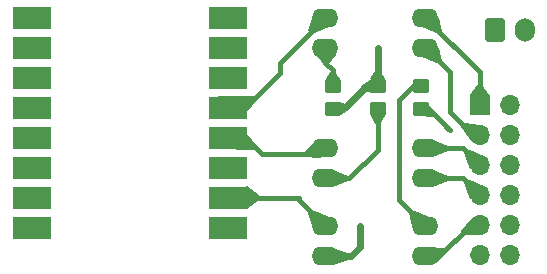
<source format=gbr>
%TF.GenerationSoftware,KiCad,Pcbnew,7.0.9*%
%TF.CreationDate,2024-02-03T16:27:08+01:00*%
%TF.ProjectId,PC-Power-Control,50432d50-6f77-4657-922d-436f6e74726f,rev?*%
%TF.SameCoordinates,Original*%
%TF.FileFunction,Copper,L1,Top*%
%TF.FilePolarity,Positive*%
%FSLAX46Y46*%
G04 Gerber Fmt 4.6, Leading zero omitted, Abs format (unit mm)*
G04 Created by KiCad (PCBNEW 7.0.9) date 2024-02-03 16:27:08*
%MOMM*%
%LPD*%
G01*
G04 APERTURE LIST*
G04 Aperture macros list*
%AMRoundRect*
0 Rectangle with rounded corners*
0 $1 Rounding radius*
0 $2 $3 $4 $5 $6 $7 $8 $9 X,Y pos of 4 corners*
0 Add a 4 corners polygon primitive as box body*
4,1,4,$2,$3,$4,$5,$6,$7,$8,$9,$2,$3,0*
0 Add four circle primitives for the rounded corners*
1,1,$1+$1,$2,$3*
1,1,$1+$1,$4,$5*
1,1,$1+$1,$6,$7*
1,1,$1+$1,$8,$9*
0 Add four rect primitives between the rounded corners*
20,1,$1+$1,$2,$3,$4,$5,0*
20,1,$1+$1,$4,$5,$6,$7,0*
20,1,$1+$1,$6,$7,$8,$9,0*
20,1,$1+$1,$8,$9,$2,$3,0*%
G04 Aperture macros list end*
%TA.AperFunction,ComponentPad*%
%ADD10R,1.700000X1.700000*%
%TD*%
%TA.AperFunction,ComponentPad*%
%ADD11O,1.700000X1.700000*%
%TD*%
%TA.AperFunction,SMDPad,CuDef*%
%ADD12O,2.250000X1.600000*%
%TD*%
%TA.AperFunction,SMDPad,CuDef*%
%ADD13RoundRect,0.250000X-0.450000X0.350000X-0.450000X-0.350000X0.450000X-0.350000X0.450000X0.350000X0*%
%TD*%
%TA.AperFunction,SMDPad,CuDef*%
%ADD14RoundRect,0.250000X0.450000X-0.350000X0.450000X0.350000X-0.450000X0.350000X-0.450000X-0.350000X0*%
%TD*%
%TA.AperFunction,ComponentPad*%
%ADD15RoundRect,0.250000X-0.600000X-0.750000X0.600000X-0.750000X0.600000X0.750000X-0.600000X0.750000X0*%
%TD*%
%TA.AperFunction,ComponentPad*%
%ADD16O,1.700000X2.000000*%
%TD*%
%TA.AperFunction,ComponentPad*%
%ADD17R,3.270000X1.960000*%
%TD*%
%TA.AperFunction,ViaPad*%
%ADD18C,0.500000*%
%TD*%
%TA.AperFunction,Conductor*%
%ADD19C,0.400000*%
%TD*%
%TA.AperFunction,Conductor*%
%ADD20C,0.600000*%
%TD*%
G04 APERTURE END LIST*
D10*
%TO.P,J2,1,Pin_1*%
%TO.N,Power +*%
X85725000Y-56896000D03*
D11*
%TO.P,J2,2,Pin_2*%
X88265000Y-56896000D03*
%TO.P,J2,3,Pin_3*%
%TO.N,Power -*%
X85725000Y-59436000D03*
%TO.P,J2,4,Pin_4*%
X88265000Y-59436000D03*
%TO.P,J2,5,Pin_5*%
%TO.N,Reset +*%
X85725000Y-61976000D03*
%TO.P,J2,6,Pin_6*%
X88265000Y-61976000D03*
%TO.P,J2,7,Pin_7*%
%TO.N,Reset -*%
X85725000Y-64516000D03*
%TO.P,J2,8,Pin_8*%
X88265000Y-64516000D03*
%TO.P,J2,9,Pin_9*%
%TO.N,Power LED +*%
X85725000Y-67056000D03*
%TO.P,J2,10,Pin_10*%
X88265000Y-67056000D03*
%TO.P,J2,11,Pin_11*%
%TO.N,Power LED -*%
X85725000Y-69596000D03*
%TO.P,J2,12,Pin_12*%
X88265000Y-69596000D03*
%TD*%
D12*
%TO.P,U3,1*%
%TO.N,Power LED +*%
X81144000Y-69723000D03*
%TO.P,U3,2*%
%TO.N,Power LED Cathode*%
X81144000Y-67183000D03*
%TO.P,U3,3*%
%TO.N,GPIO1*%
X72644000Y-67183000D03*
%TO.P,U3,4*%
%TO.N,3V3*%
X72644000Y-69723000D03*
%TD*%
%TO.P,U2,1*%
%TO.N,GPIO4*%
X72644000Y-49530000D03*
%TO.P,U2,2*%
%TO.N,Power Cathode*%
X72644000Y-52070000D03*
%TO.P,U2,3*%
%TO.N,Power -*%
X81144000Y-52070000D03*
%TO.P,U2,4*%
%TO.N,Power +*%
X81144000Y-49530000D03*
%TD*%
%TO.P,U1,1*%
%TO.N,GPIO3*%
X72644000Y-60579000D03*
%TO.P,U1,2*%
%TO.N,Reset Cathode*%
X72644000Y-63119000D03*
%TO.P,U1,3*%
%TO.N,Reset -*%
X81144000Y-63119000D03*
%TO.P,U1,4*%
%TO.N,Reset +*%
X81144000Y-60579000D03*
%TD*%
D13*
%TO.P,R3,2*%
%TO.N,Power LED -*%
X80772000Y-57277000D03*
%TO.P,R3,1*%
%TO.N,Power LED Cathode*%
X80772000Y-55277000D03*
%TD*%
%TO.P,R2,1*%
%TO.N,Power Cathode*%
X73279000Y-55277000D03*
%TO.P,R2,2*%
%TO.N,GND*%
X73279000Y-57277000D03*
%TD*%
D14*
%TO.P,R1,1*%
%TO.N,Reset Cathode*%
X77089000Y-57277000D03*
%TO.P,R1,2*%
%TO.N,GND*%
X77089000Y-55277000D03*
%TD*%
D15*
%TO.P,J1,1,Pin_1*%
%TO.N,GND*%
X87035000Y-50546000D03*
D16*
%TO.P,J1,2,Pin_2*%
%TO.N,+5V*%
X89535000Y-50546000D03*
%TD*%
D17*
%TO.P,ESP32-C3_SuperMini1,1,GPIO5/A3/D3*%
%TO.N,unconnected-(ESP32-C3_SuperMini1-GPIO5{slash}A3{slash}D3-Pad1)*%
X47864000Y-49530000D03*
%TO.P,ESP32-C3_SuperMini1,2,GPIO6/SDA/D4*%
%TO.N,unconnected-(ESP32-C3_SuperMini1-GPIO6{slash}SDA{slash}D4-Pad2)*%
X47864000Y-52070000D03*
%TO.P,ESP32-C3_SuperMini1,3,GPIO7/SCL/D5*%
%TO.N,unconnected-(ESP32-C3_SuperMini1-GPIO7{slash}SCL{slash}D5-Pad3)*%
X47864000Y-54610000D03*
%TO.P,ESP32-C3_SuperMini1,4,GPIO8/SCK/D8*%
%TO.N,unconnected-(ESP32-C3_SuperMini1-GPIO8{slash}SCK{slash}D8-Pad4)*%
X47864000Y-57150000D03*
%TO.P,ESP32-C3_SuperMini1,5,GPIO9/MISO/D9*%
%TO.N,unconnected-(ESP32-C3_SuperMini1-GPIO9{slash}MISO{slash}D9-Pad5)*%
X47864000Y-59690000D03*
%TO.P,ESP32-C3_SuperMini1,6,GPIO10/MOSI/D10*%
%TO.N,unconnected-(ESP32-C3_SuperMini1-GPIO10{slash}MOSI{slash}D10-Pad6)*%
X47864000Y-62230000D03*
%TO.P,ESP32-C3_SuperMini1,7,GPIO20/RX/D7*%
%TO.N,unconnected-(ESP32-C3_SuperMini1-GPIO20{slash}RX{slash}D7-Pad7)*%
X47864000Y-64770000D03*
%TO.P,ESP32-C3_SuperMini1,8,GPIO21/TX/D6*%
%TO.N,unconnected-(ESP32-C3_SuperMini1-GPIO21{slash}TX{slash}D6-Pad8)*%
X47864000Y-67310000D03*
%TO.P,ESP32-C3_SuperMini1,9,5V*%
%TO.N,+5V*%
X64404000Y-49530000D03*
%TO.P,ESP32-C3_SuperMini1,10,GND*%
%TO.N,GND*%
X64404000Y-52070000D03*
%TO.P,ESP32-C3_SuperMini1,11,3V3*%
%TO.N,3V3*%
X64404000Y-54610000D03*
%TO.P,ESP32-C3_SuperMini1,12,GPIO4/A2/D2*%
%TO.N,GPIO4*%
X64404000Y-57150000D03*
%TO.P,ESP32-C3_SuperMini1,13,GPIO3/A1/D1*%
%TO.N,GPIO3*%
X64404000Y-59690000D03*
%TO.P,ESP32-C3_SuperMini1,14,GPIO2/A0/D0*%
%TO.N,unconnected-(ESP32-C3_SuperMini1-GPIO2{slash}A0{slash}D0-Pad14)*%
X64404000Y-62230000D03*
%TO.P,ESP32-C3_SuperMini1,15,GPIO1/ADC1-1*%
%TO.N,GPIO1*%
X64404000Y-64770000D03*
%TO.P,ESP32-C3_SuperMini1,16,GPIO0/ADC1-0*%
%TO.N,unconnected-(ESP32-C3_SuperMini1-GPIO0{slash}ADC1-0-Pad16)*%
X64404000Y-67310000D03*
%TD*%
D18*
%TO.N,GND*%
X77089000Y-52070000D03*
%TO.N,Power LED -*%
X83185000Y-59055000D03*
%TO.N,3V3*%
X75565000Y-67183000D03*
%TD*%
D19*
%TO.N,Power Cathode*%
X73279000Y-53975000D02*
X72644000Y-53340000D01*
X73279000Y-55277000D02*
X73279000Y-53975000D01*
X72644000Y-53340000D02*
X72644000Y-52070000D01*
%TO.N,GPIO3*%
X65879000Y-59690000D02*
X67276000Y-61087000D01*
X63754000Y-59690000D02*
X65879000Y-59690000D01*
%TO.N,Power LED +*%
X84963000Y-67056000D02*
X85725000Y-67056000D01*
X82296000Y-69723000D02*
X84963000Y-67056000D01*
X81144000Y-69723000D02*
X82296000Y-69723000D01*
%TO.N,Reset Cathode*%
X77089000Y-60706000D02*
X77089000Y-57277000D01*
X77089000Y-60706000D02*
X74676000Y-63119000D01*
X74676000Y-63119000D02*
X72644000Y-63119000D01*
D20*
%TO.N,GND*%
X77089000Y-55277000D02*
X77089000Y-52070000D01*
X76168000Y-55277000D02*
X77089000Y-55277000D01*
X74168000Y-57277000D02*
X73279000Y-57277000D01*
D19*
%TO.N,GPIO3*%
X71374000Y-61087000D02*
X67276000Y-61087000D01*
X72644000Y-60579000D02*
X71882000Y-60579000D01*
X71882000Y-60579000D02*
X71374000Y-61087000D01*
%TO.N,GPIO1*%
X72644000Y-67183000D02*
X70231000Y-64770000D01*
X70231000Y-64770000D02*
X63754000Y-64770000D01*
X70426000Y-64770000D02*
X70231000Y-64770000D01*
D20*
%TO.N,3V3*%
X74803000Y-69723000D02*
X72644000Y-69723000D01*
D19*
%TO.N,Power LED Cathode*%
X78867000Y-56482000D02*
X80072000Y-55277000D01*
X78867000Y-64906000D02*
X78867000Y-56482000D01*
X81144000Y-67183000D02*
X78867000Y-64906000D01*
X80072000Y-55277000D02*
X80772000Y-55277000D01*
%TO.N,Power LED -*%
X81407000Y-57277000D02*
X83185000Y-59055000D01*
X80772000Y-57277000D02*
X81407000Y-57277000D01*
%TO.N,Reset -*%
X81144000Y-63119000D02*
X84328000Y-63119000D01*
X84328000Y-63119000D02*
X85725000Y-64516000D01*
%TO.N,Reset +*%
X81144000Y-60579000D02*
X84328000Y-60579000D01*
X84328000Y-60579000D02*
X85725000Y-61976000D01*
%TO.N,Power -*%
X83185000Y-54111000D02*
X81144000Y-52070000D01*
X83185000Y-57456000D02*
X83185000Y-54111000D01*
%TO.N,Power +*%
X85725000Y-54111000D02*
X81144000Y-49530000D01*
X85725000Y-56896000D02*
X85725000Y-54111000D01*
%TO.N,Power -*%
X85165000Y-59436000D02*
X83185000Y-57456000D01*
X85725000Y-59436000D02*
X85165000Y-59436000D01*
%TO.N,GPIO4*%
X68834000Y-53340000D02*
X72644000Y-49530000D01*
X65879000Y-57150000D02*
X68834000Y-54195000D01*
X63754000Y-57150000D02*
X65879000Y-57150000D01*
X68834000Y-54195000D02*
X68834000Y-53340000D01*
D20*
%TO.N,GND*%
X74168000Y-57277000D02*
X76168000Y-55277000D01*
%TO.N,3V3*%
X75565000Y-68961000D02*
X74803000Y-69723000D01*
X75565000Y-68961000D02*
X75565000Y-67183000D01*
D19*
%TO.N,GPIO3*%
X72836000Y-60579000D02*
X72328000Y-61087000D01*
%TD*%
%TA.AperFunction,Conductor*%
%TO.N,Power Cathode*%
G36*
X73480707Y-54080427D02*
G01*
X73482421Y-54082604D01*
X73873964Y-54724081D01*
X73875349Y-54732928D01*
X73871849Y-54738833D01*
X73286872Y-55270840D01*
X73278446Y-55273871D01*
X73271128Y-55270840D01*
X72686150Y-54738833D01*
X72682335Y-54730731D01*
X72684034Y-54724082D01*
X73075579Y-54082603D01*
X73082815Y-54077328D01*
X73085566Y-54077000D01*
X73472434Y-54077000D01*
X73480707Y-54080427D01*
G37*
%TD.AperFunction*%
%TD*%
%TA.AperFunction,Conductor*%
%TO.N,Power Cathode*%
G36*
X72651123Y-52074172D02*
G01*
X73529745Y-52621646D01*
X73534955Y-52628930D01*
X73533488Y-52637763D01*
X73533376Y-52637940D01*
X73019436Y-53430888D01*
X73017891Y-53432797D01*
X72744981Y-53705707D01*
X72736708Y-53709134D01*
X72728435Y-53705707D01*
X72727730Y-53704935D01*
X71948244Y-52769596D01*
X71945580Y-52761047D01*
X71949017Y-52753776D01*
X72636724Y-52075769D01*
X72645019Y-52072402D01*
X72651123Y-52074172D01*
G37*
%TD.AperFunction*%
%TD*%
%TA.AperFunction,Conductor*%
%TO.N,GPIO3*%
G36*
X66040865Y-59328084D02*
G01*
X66043245Y-59330389D01*
X66867070Y-60393393D01*
X66869429Y-60402031D01*
X66866095Y-60408833D01*
X66593993Y-60680935D01*
X66585720Y-60684362D01*
X66585663Y-60684362D01*
X63631457Y-60670064D01*
X63623201Y-60666597D01*
X63619814Y-60658307D01*
X63619924Y-60656766D01*
X63752109Y-59697881D01*
X63756632Y-59690156D01*
X63761852Y-59687928D01*
X66032155Y-59326002D01*
X66040865Y-59328084D01*
G37*
%TD.AperFunction*%
%TD*%
%TA.AperFunction,Conductor*%
%TO.N,Power LED +*%
G36*
X85132244Y-66463268D02*
G01*
X85132870Y-66463849D01*
X85168342Y-66499238D01*
X85722265Y-67051860D01*
X85725702Y-67060129D01*
X85725702Y-67060153D01*
X85725009Y-67893997D01*
X85721575Y-67902267D01*
X85713299Y-67905687D01*
X85713001Y-67905683D01*
X84434645Y-67871984D01*
X84426680Y-67868561D01*
X84154818Y-67596699D01*
X84151391Y-67588426D01*
X84154226Y-67580790D01*
X84602676Y-67060153D01*
X85115743Y-66464496D01*
X85123739Y-66460465D01*
X85132244Y-66463268D01*
G37*
%TD.AperFunction*%
%TD*%
%TA.AperFunction,Conductor*%
%TO.N,Power LED +*%
G36*
X82696954Y-69034602D02*
G01*
X82704167Y-69037981D01*
X82975813Y-69309627D01*
X82979240Y-69317900D01*
X82975885Y-69326100D01*
X82051074Y-70267273D01*
X82042832Y-70270773D01*
X82036633Y-70269059D01*
X81151782Y-69728889D01*
X81146506Y-69721654D01*
X81147040Y-69714495D01*
X81311730Y-69309627D01*
X81465734Y-68931027D01*
X81472026Y-68924655D01*
X81477629Y-68923784D01*
X82696954Y-69034602D01*
G37*
%TD.AperFunction*%
%TD*%
%TA.AperFunction,Conductor*%
%TO.N,Reset Cathode*%
G36*
X77096872Y-57283159D02*
G01*
X77681849Y-57815165D01*
X77685664Y-57823267D01*
X77683964Y-57829917D01*
X77292421Y-58471396D01*
X77285185Y-58476672D01*
X77282434Y-58477000D01*
X76895566Y-58477000D01*
X76887293Y-58473573D01*
X76885579Y-58471396D01*
X76494035Y-57829917D01*
X76492650Y-57821070D01*
X76496149Y-57815165D01*
X77081128Y-57283158D01*
X77089554Y-57280128D01*
X77096872Y-57283159D01*
G37*
%TD.AperFunction*%
%TD*%
%TA.AperFunction,Conductor*%
%TO.N,Reset Cathode*%
G36*
X73283005Y-62383170D02*
G01*
X74561800Y-62916000D01*
X74568119Y-62922345D01*
X74569000Y-62926800D01*
X74569000Y-63311199D01*
X74565573Y-63319472D01*
X74561800Y-63321999D01*
X73283005Y-63854829D01*
X73274050Y-63854848D01*
X73269614Y-63851634D01*
X72814058Y-63319000D01*
X72649503Y-63126604D01*
X72646730Y-63118090D01*
X72649504Y-63111395D01*
X72811197Y-62922345D01*
X73269614Y-62386364D01*
X73277595Y-62382305D01*
X73283005Y-62383170D01*
G37*
%TD.AperFunction*%
%TD*%
%TA.AperFunction,Conductor*%
%TO.N,GND*%
G36*
X77389762Y-54080427D02*
G01*
X77392127Y-54083830D01*
X77685441Y-54724557D01*
X77685769Y-54733506D01*
X77682675Y-54738083D01*
X77096872Y-55270840D01*
X77088446Y-55273871D01*
X77081128Y-55270840D01*
X76753594Y-54972965D01*
X76495323Y-54738081D01*
X76491509Y-54729981D01*
X76492557Y-54724560D01*
X76785873Y-54083829D01*
X76792432Y-54077734D01*
X76796511Y-54077000D01*
X77381489Y-54077000D01*
X77389762Y-54080427D01*
G37*
%TD.AperFunction*%
%TD*%
%TA.AperFunction,Conductor*%
%TO.N,GND*%
G36*
X76427516Y-54816944D02*
G01*
X77078558Y-55268559D01*
X77083402Y-55276090D01*
X77081502Y-55284841D01*
X77080417Y-55286182D01*
X76547950Y-55853050D01*
X76539788Y-55856734D01*
X76536758Y-55856433D01*
X76115387Y-55757884D01*
X76109778Y-55754764D01*
X75697666Y-55342652D01*
X75694239Y-55334379D01*
X75697666Y-55326106D01*
X75699156Y-55324847D01*
X76414072Y-54817018D01*
X76422801Y-54815021D01*
X76427516Y-54816944D01*
G37*
%TD.AperFunction*%
%TD*%
%TA.AperFunction,Conductor*%
%TO.N,GND*%
G36*
X73736151Y-56678343D02*
G01*
X74242934Y-56773580D01*
X74249046Y-56776806D01*
X74661160Y-57188920D01*
X74664587Y-57197193D01*
X74661160Y-57205466D01*
X74659856Y-57206591D01*
X73962738Y-57723512D01*
X73954051Y-57725687D01*
X73949291Y-57723857D01*
X73948772Y-57723512D01*
X73785473Y-57614933D01*
X73288607Y-57284564D01*
X73283615Y-57277130D01*
X73285342Y-57268343D01*
X73285711Y-57267819D01*
X73724632Y-56682820D01*
X73732339Y-56678260D01*
X73736151Y-56678343D01*
G37*
%TD.AperFunction*%
%TD*%
%TA.AperFunction,Conductor*%
%TO.N,GPIO3*%
G36*
X71761156Y-60018289D02*
G01*
X72636742Y-60573761D01*
X72641892Y-60581087D01*
X72641309Y-60588056D01*
X72322175Y-61371206D01*
X72315879Y-61377574D01*
X72310602Y-61378468D01*
X70875193Y-61287693D01*
X70867152Y-61283751D01*
X70864231Y-61276016D01*
X70864231Y-60891906D01*
X70867658Y-60883633D01*
X70867695Y-60883595D01*
X71746691Y-60019824D01*
X71754992Y-60016470D01*
X71761156Y-60018289D01*
G37*
%TD.AperFunction*%
%TD*%
%TA.AperFunction,Conductor*%
%TO.N,GPIO1*%
G36*
X71531103Y-65783040D02*
G01*
X72053269Y-66000285D01*
X72966153Y-66380088D01*
X72972474Y-66386429D01*
X72972461Y-66395381D01*
X72647683Y-67176548D01*
X72641343Y-67182871D01*
X72636955Y-67183756D01*
X71529795Y-67190892D01*
X71521500Y-67187518D01*
X71518364Y-67182006D01*
X71242621Y-66069286D01*
X71243957Y-66060434D01*
X71245700Y-66058205D01*
X71518337Y-65785568D01*
X71526609Y-65782142D01*
X71531103Y-65783040D01*
G37*
%TD.AperFunction*%
%TD*%
%TA.AperFunction,Conductor*%
%TO.N,GPIO1*%
G36*
X66044471Y-63794354D02*
G01*
X67014586Y-64566487D01*
X67018925Y-64574319D01*
X67019000Y-64575640D01*
X67019000Y-64964359D01*
X67015573Y-64972632D01*
X67014586Y-64973513D01*
X66044470Y-65745645D01*
X66035863Y-65748116D01*
X66032574Y-65747245D01*
X64225670Y-64972632D01*
X63778084Y-64780753D01*
X63771831Y-64774344D01*
X63771941Y-64765390D01*
X63778085Y-64759246D01*
X64206374Y-64575640D01*
X66032575Y-63792753D01*
X66041528Y-63792644D01*
X66044471Y-63794354D01*
G37*
%TD.AperFunction*%
%TD*%
%TA.AperFunction,Conductor*%
%TO.N,3V3*%
G36*
X73282648Y-68986441D02*
G01*
X74561060Y-69420305D01*
X74567793Y-69426208D01*
X74569000Y-69431384D01*
X74569000Y-70014615D01*
X74565573Y-70022888D01*
X74561060Y-70025694D01*
X73282649Y-70459557D01*
X73273713Y-70458971D01*
X73269998Y-70456083D01*
X72649504Y-69730605D01*
X72646730Y-69722090D01*
X72649504Y-69715395D01*
X72892416Y-69431384D01*
X73269998Y-68989915D01*
X73277979Y-68985856D01*
X73282648Y-68986441D01*
G37*
%TD.AperFunction*%
%TD*%
%TA.AperFunction,Conductor*%
%TO.N,Power LED Cathode*%
G36*
X80031103Y-65783040D02*
G01*
X80553269Y-66000285D01*
X81466153Y-66380088D01*
X81472474Y-66386429D01*
X81472461Y-66395381D01*
X81147683Y-67176548D01*
X81141343Y-67182871D01*
X81136955Y-67183756D01*
X80029795Y-67190892D01*
X80021500Y-67187518D01*
X80018364Y-67182006D01*
X79742621Y-66069286D01*
X79743957Y-66060434D01*
X79745700Y-66058205D01*
X80018337Y-65785568D01*
X80026609Y-65782142D01*
X80031103Y-65783040D01*
G37*
%TD.AperFunction*%
%TD*%
%TA.AperFunction,Conductor*%
%TO.N,Power LED -*%
G36*
X82981060Y-58566728D02*
G01*
X83351811Y-58870069D01*
X83356044Y-58877960D01*
X83353457Y-58886533D01*
X83352708Y-58887364D01*
X83185707Y-59055707D01*
X83017364Y-59222708D01*
X83009077Y-59226102D01*
X83000818Y-59222642D01*
X83000069Y-59221811D01*
X82696728Y-58851061D01*
X82694142Y-58842490D01*
X82697510Y-58835382D01*
X82965382Y-58567510D01*
X82973654Y-58564084D01*
X82981060Y-58566728D01*
G37*
%TD.AperFunction*%
%TD*%
%TA.AperFunction,Conductor*%
%TO.N,Power LED -*%
G36*
X81477909Y-56934329D02*
G01*
X82031047Y-57616654D01*
X82033595Y-57625239D01*
X82030231Y-57632295D01*
X81758404Y-57904122D01*
X81750131Y-57907549D01*
X81749807Y-57907545D01*
X80661867Y-57877386D01*
X80653692Y-57873731D01*
X80650495Y-57865366D01*
X80650730Y-57863336D01*
X80770148Y-57281867D01*
X80775168Y-57274455D01*
X80776376Y-57273759D01*
X81463601Y-56931225D01*
X81472534Y-56930602D01*
X81477909Y-56934329D01*
G37*
%TD.AperFunction*%
%TD*%
%TA.AperFunction,Conductor*%
%TO.N,Reset -*%
G36*
X81783005Y-62383170D02*
G01*
X83061800Y-62916000D01*
X83068119Y-62922345D01*
X83069000Y-62926800D01*
X83069000Y-63311199D01*
X83065573Y-63319472D01*
X83061800Y-63321999D01*
X81783005Y-63854829D01*
X81774050Y-63854848D01*
X81769614Y-63851634D01*
X81314058Y-63319000D01*
X81149503Y-63126604D01*
X81146730Y-63118090D01*
X81149504Y-63111395D01*
X81311197Y-62922345D01*
X81769614Y-62386364D01*
X81777595Y-62382305D01*
X81783005Y-62383170D01*
G37*
%TD.AperFunction*%
%TD*%
%TA.AperFunction,Conductor*%
%TO.N,Reset -*%
G36*
X84671512Y-63175385D02*
G01*
X85366598Y-63455340D01*
X86039332Y-63726292D01*
X86045726Y-63732562D01*
X86045814Y-63741516D01*
X86045775Y-63741611D01*
X85727562Y-64512214D01*
X85721237Y-64518553D01*
X85721214Y-64518562D01*
X84950611Y-64836775D01*
X84941656Y-64836766D01*
X84935331Y-64830427D01*
X84935292Y-64830332D01*
X84496758Y-63741516D01*
X84384386Y-63462512D01*
X84384474Y-63453560D01*
X84386963Y-63449873D01*
X84658871Y-63177965D01*
X84667143Y-63174539D01*
X84671512Y-63175385D01*
G37*
%TD.AperFunction*%
%TD*%
%TA.AperFunction,Conductor*%
%TO.N,Reset +*%
G36*
X81783005Y-59843170D02*
G01*
X83061800Y-60376000D01*
X83068119Y-60382345D01*
X83069000Y-60386800D01*
X83069000Y-60771199D01*
X83065573Y-60779472D01*
X83061800Y-60781999D01*
X81783005Y-61314829D01*
X81774050Y-61314848D01*
X81769614Y-61311634D01*
X81314058Y-60779000D01*
X81149503Y-60586604D01*
X81146730Y-60578090D01*
X81149504Y-60571395D01*
X81311197Y-60382345D01*
X81769614Y-59846364D01*
X81777595Y-59842305D01*
X81783005Y-59843170D01*
G37*
%TD.AperFunction*%
%TD*%
%TA.AperFunction,Conductor*%
%TO.N,Reset +*%
G36*
X84671512Y-60635385D02*
G01*
X85366598Y-60915340D01*
X86039332Y-61186292D01*
X86045726Y-61192562D01*
X86045814Y-61201516D01*
X86045775Y-61201611D01*
X85727562Y-61972214D01*
X85721237Y-61978553D01*
X85721214Y-61978562D01*
X84950611Y-62296775D01*
X84941656Y-62296766D01*
X84935331Y-62290427D01*
X84935292Y-62290332D01*
X84496758Y-61201516D01*
X84384386Y-60922512D01*
X84384474Y-60913560D01*
X84386963Y-60909873D01*
X84658871Y-60637965D01*
X84667143Y-60634539D01*
X84671512Y-60635385D01*
G37*
%TD.AperFunction*%
%TD*%
%TA.AperFunction,Conductor*%
%TO.N,Power -*%
G36*
X82266498Y-52065480D02*
G01*
X82269634Y-52070992D01*
X82545378Y-53183711D01*
X82544042Y-53192565D01*
X82542295Y-53194798D01*
X82269663Y-53467430D01*
X82261390Y-53470857D01*
X82256896Y-53469959D01*
X80821846Y-52872911D01*
X80815524Y-52866569D01*
X80815536Y-52857618D01*
X81140317Y-52076449D01*
X81146656Y-52070128D01*
X81151043Y-52069243D01*
X82258203Y-52062106D01*
X82266498Y-52065480D01*
G37*
%TD.AperFunction*%
%TD*%
%TA.AperFunction,Conductor*%
%TO.N,Power +*%
G36*
X82266498Y-49525480D02*
G01*
X82269634Y-49530992D01*
X82545378Y-50643711D01*
X82544042Y-50652565D01*
X82542295Y-50654798D01*
X82269663Y-50927430D01*
X82261390Y-50930857D01*
X82256896Y-50929959D01*
X80821846Y-50332911D01*
X80815524Y-50326569D01*
X80815536Y-50317618D01*
X81140317Y-49536449D01*
X81146656Y-49530128D01*
X81151043Y-49529243D01*
X82258203Y-49522106D01*
X82266498Y-49525480D01*
G37*
%TD.AperFunction*%
%TD*%
%TA.AperFunction,Conductor*%
%TO.N,Power +*%
G36*
X85927491Y-55199427D02*
G01*
X85928512Y-55200593D01*
X86568781Y-56037868D01*
X86571084Y-56046521D01*
X86567765Y-56053243D01*
X85733278Y-56888712D01*
X85725007Y-56892144D01*
X85716732Y-56888722D01*
X85716722Y-56888712D01*
X84882234Y-56053243D01*
X84878812Y-56044968D01*
X84881217Y-56037869D01*
X85521488Y-55200593D01*
X85529236Y-55196103D01*
X85530782Y-55196000D01*
X85919218Y-55196000D01*
X85927491Y-55199427D01*
G37*
%TD.AperFunction*%
%TD*%
%TA.AperFunction,Conductor*%
%TO.N,Power -*%
G36*
X84469053Y-58452244D02*
G01*
X84589694Y-58465091D01*
X85714548Y-58584886D01*
X85722411Y-58589169D01*
X85725008Y-58596510D01*
X85725702Y-59431846D01*
X85722282Y-59440122D01*
X85722265Y-59440139D01*
X85133660Y-60027362D01*
X85125383Y-60030779D01*
X85117114Y-60027342D01*
X85115921Y-60025942D01*
X84186504Y-58742575D01*
X84184427Y-58733864D01*
X84187705Y-58727441D01*
X84459542Y-58455604D01*
X84467814Y-58452178D01*
X84469053Y-58452244D01*
G37*
%TD.AperFunction*%
%TD*%
%TA.AperFunction,Conductor*%
%TO.N,GPIO4*%
G36*
X72636955Y-49529243D02*
G01*
X72645206Y-49532723D01*
X72647683Y-49536451D01*
X72972461Y-50317617D01*
X72972473Y-50326572D01*
X72966152Y-50332911D01*
X71531103Y-50929959D01*
X71522149Y-50929973D01*
X71518336Y-50927430D01*
X71245704Y-50654798D01*
X71242277Y-50646525D01*
X71242620Y-50643716D01*
X71518364Y-49530991D01*
X71523680Y-49523786D01*
X71529793Y-49522106D01*
X72636955Y-49529243D01*
G37*
%TD.AperFunction*%
%TD*%
%TA.AperFunction,Conductor*%
%TO.N,GPIO4*%
G36*
X66593953Y-56159024D02*
G01*
X66866095Y-56431166D01*
X66869522Y-56439439D01*
X66867070Y-56446606D01*
X66043245Y-57509609D01*
X66035468Y-57514049D01*
X66032155Y-57513996D01*
X63761856Y-57152072D01*
X63754226Y-57147386D01*
X63752109Y-57142118D01*
X63619925Y-56183232D01*
X63622190Y-56174569D01*
X63629917Y-56170045D01*
X63631452Y-56169935D01*
X66585664Y-56155637D01*
X66593953Y-56159024D01*
G37*
%TD.AperFunction*%
%TD*%
M02*

</source>
